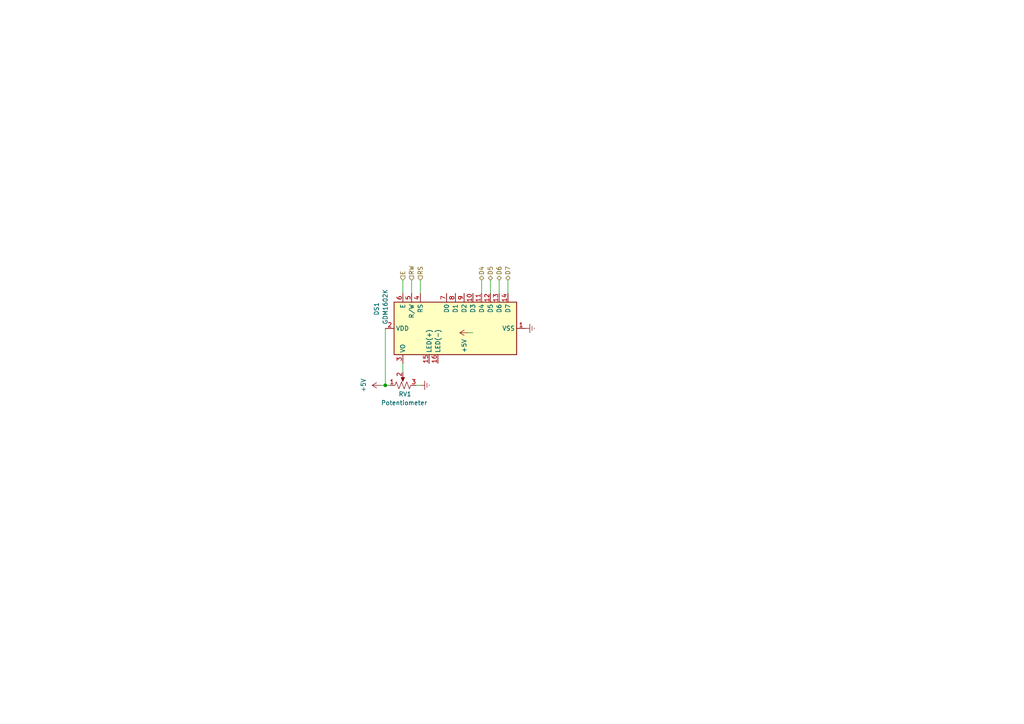
<source format=kicad_sch>
(kicad_sch (version 20230121) (generator eeschema)
  (paper "A4")
  (lib_symbols
    (symbol "Device:R_Potentiometer_US" (pin_names (offset 1.016) hide)
      (property "Reference" "RV" (at -4.445 0 90))
      (property "Value" "R_Potentiometer_US" (at -2.54 0 90))
      (symbol "R_Potentiometer_US_0_1"
        (polyline (pts (xy 0 -2.286) (xy 0 -2.54)))
        (polyline (pts (xy 0 2.54) (xy 0 2.286)))
        (polyline (pts (xy 2.54 0) (xy 1.524 0)))
        (polyline (pts (xy 1.143 0) (xy 2.286 0.508) (xy 2.286 -0.508) (xy 1.143 0)) (fill (type outline)))
        (polyline (pts (xy 0 -0.762) (xy 1.016 -1.143) (xy 0 -1.524) (xy -1.016 -1.905) (xy 0 -2.286)))
        (polyline (pts (xy 0 0.762) (xy 1.016 0.381) (xy 0 0) (xy -1.016 -0.381) (xy 0 -0.762)))
        (polyline (pts (xy 0 2.286) (xy 1.016 1.905) (xy 0 1.524) (xy -1.016 1.143) (xy 0 0.762)))
      )
      (symbol "R_Potentiometer_US_1_1"
        (pin passive line (at 0 3.81 270) (length 1.27) (name "1") (number "1"))
        (pin passive line (at 3.81 0 180) (length 1.27) (name "2") (number "2"))
        (pin passive line (at 0 -3.81 90) (length 1.27) (name "3") (number "3"))
      )
    )
    (symbol "Display_Character:WC1602A"
      (property "Reference" "DS" (at -5.842 19.05 0))
      (property "Value" "WC1602A" (at 5.334 19.05 0))
      (symbol "WC1602A_1_1"
        (rectangle (start -7.62 17.78) (end 7.62 -17.78) (stroke (width 0.254)) (fill (type background)))
        (pin power_in line (at 0 -20.32 90) (length 2.54) (name "VSS") (number "1"))
        (pin input line (at -10.16 -5.08 0) (length 2.54) (name "D3") (number "10"))
        (pin input line (at -10.16 -7.62 0) (length 2.54) (name "D4") (number "11"))
        (pin input line (at -10.16 -10.16 0) (length 2.54) (name "D5") (number "12"))
        (pin input line (at -10.16 -12.7 0) (length 2.54) (name "D6") (number "13"))
        (pin input line (at -10.16 -15.24 0) (length 2.54) (name "D7") (number "14"))
        (pin power_in line (at 10.16 7.62 180) (length 2.54) (name "LED(+)") (number "15"))
        (pin power_in line (at 10.16 5.08 180) (length 2.54) (name "LED(-)") (number "16"))
        (pin power_in line (at 0 20.32 270) (length 2.54) (name "VDD") (number "2"))
        (pin input line (at 10.16 15.24 180) (length 2.54) (name "VO") (number "3"))
        (pin input line (at -10.16 10.16 0) (length 2.54) (name "RS") (number "4"))
        (pin input line (at -10.16 12.7 0) (length 2.54) (name "R/W") (number "5"))
        (pin input line (at -10.16 15.24 0) (length 2.54) (name "E") (number "6"))
        (pin input line (at -10.16 2.54 0) (length 2.54) (name "D0") (number "7"))
        (pin input line (at -10.16 0 0) (length 2.54) (name "D1") (number "8"))
        (pin input line (at -10.16 -2.54 0) (length 2.54) (name "D2") (number "9"))
      )
    )
    (symbol "power:+5V" (power) (pin_names (offset 0))
      (property "Value" "+5V" (at 0 3.556 0))
      (symbol "+5V_0_1"
        (polyline (pts (xy -0.762 1.27) (xy 0 2.54)))
        (polyline (pts (xy 0 0) (xy 0 2.54)))
        (polyline (pts (xy 0 2.54) (xy 0.762 1.27)))
      )
      (symbol "+5V_1_1"
        (pin power_in line (at 0 0 90) (length 0) hide (name "+5V") (number "1"))
      )
    )
    (symbol "power:Earth" (power) (pin_names (offset 0))
      (symbol "Earth_0_1"
        (polyline (pts (xy -0.635 -1.905) (xy 0.635 -1.905)))
        (polyline (pts (xy -0.127 -2.54) (xy 0.127 -2.54)))
        (polyline (pts (xy 0 -1.27) (xy 0 0)))
        (polyline (pts (xy 1.27 -1.27) (xy -1.27 -1.27)))
      )
      (symbol "Earth_1_1"
        (pin power_in line (at 0 0 270) (length 0) hide (name "Earth") (number "1"))
      )
    )
  )
  (junction (at 111.76 111.76))
  (wire (pts (xy 147.32 81.28) (xy 147.32 85.09)))
  (wire (pts (xy 119.38 81.28) (xy 119.38 85.09)))
  (wire (pts (xy 111.76 111.76) (xy 113.03 111.76)))
  (wire (pts (xy 121.92 81.28) (xy 121.92 85.09)))
  (wire (pts (xy 139.7 81.28) (xy 139.7 85.09)))
  (wire (pts (xy 111.76 95.25) (xy 111.76 111.76)))
  (wire (pts (xy 135.89 96.52) (xy 137.16 96.52)))
  (wire (pts (xy 142.24 81.28) (xy 142.24 85.09)))
  (wire (pts (xy 110.49 111.76) (xy 111.76 111.76)))
  (wire (pts (xy 116.84 81.28) (xy 116.84 85.09)))
  (wire (pts (xy 144.78 81.28) (xy 144.78 85.09)))
  (wire (pts (xy 116.84 105.41) (xy 116.84 107.95)))
  (wire (pts (xy 120.65 111.76) (xy 121.92 111.76)))
  (hierarchical_label "D6" (shape bidirectional) (at 144.78 81.28 90))
  (hierarchical_label "D7" (shape bidirectional) (at 147.32 81.28 90))
  (hierarchical_label "E" (shape input) (at 116.84 81.28 90))
  (hierarchical_label "D4" (shape bidirectional) (at 139.7 81.28 90))
  (hierarchical_label "D5" (shape bidirectional) (at 142.24 81.28 90))
  (hierarchical_label "RW" (shape input) (at 119.38 81.2985 90))
  (hierarchical_label "RS" (shape input) (at 121.92 81.28 90))
  (symbol (lib_id "power:Earth") (at 121.92 111.76 90) (mirror x) (unit 1)
    (property "Reference" "#PWR?" (effects hide))
    (property "Value" "Earth" (effects hide))
  )
  (symbol (lib_id "power:+5V") (at 135.89 96.52 90) (mirror x) (unit 1)
    (property "Reference" "#PWR?" (effects hide))
    (property "Value" "+5V" (at 134.62 100.33 0))
  )
  (symbol (lib_id "Display_Character:WC1602A") (at 132.08 95.25 90) (mirror x) (unit 1)
    (property "Reference" "DS1" (at 109.22 87.63 0) (effects (justify left)))
    (property "Value" "GDM1602K" (at 111.76 83.82 0) (effects (justify left)))
    (property "Footprint" "Display:WC1602A" (effects hide))
    (property "Datasheet" "http://www.wincomlcd.com/pdf/WC1602A-SFYLYHTC06.pdf" (effects hide))
  )
  (symbol (lib_id "power:Earth") (at 152.4 95.25 90) (mirror x) (unit 1)
    (property "Reference" "#PWR?" (effects hide))
    (property "Value" "Earth" (effects hide))
  )
  (symbol (lib_id "power:+5V") (at 110.49 111.76 90) (mirror x) (unit 1)
    (property "Reference" "#PWR?" (effects hide))
    (property "Value" "+5V" (at 105.41 111.76 0))
  )
  (symbol (lib_id "Device:R_Potentiometer_US") (at 116.84 111.76 90) (unit 1)
    (property "Reference" "RV1" (at 115.5699 114.3 90) (effects (justify right)))
    (property "Value" "Potentiometer" (at 110.49 116.84 90) (effects (justify right)))
  )
)
</source>
